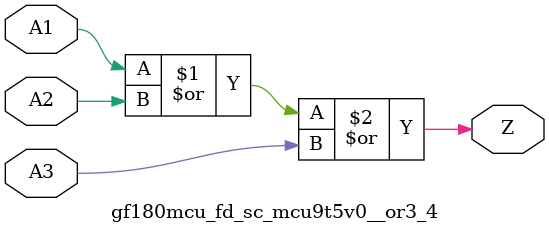
<source format=v>

module gf180mcu_fd_sc_mcu9t5v0__or3_4( A3, A2, A1, Z );
input A1, A2, A3;
output Z;

	or MGM_BG_0( Z, A1, A2, A3 );

endmodule

</source>
